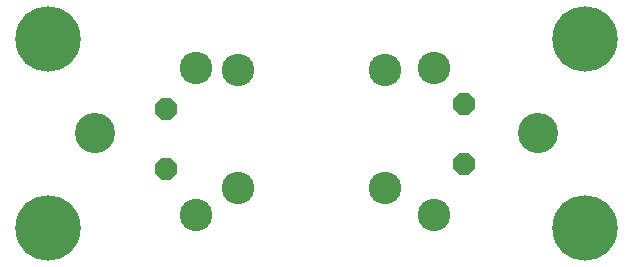
<source format=gts>
G75*
%MOIN*%
%OFA0B0*%
%FSLAX25Y25*%
%IPPOS*%
%LPD*%
%AMOC8*
5,1,8,0,0,1.08239X$1,22.5*
%
%ADD10C,0.13398*%
%ADD11C,0.10800*%
%ADD12OC8,0.07100*%
%ADD13C,0.21800*%
D10*
X0030848Y0046596D03*
X0178486Y0046596D03*
D11*
X0143761Y0068525D03*
X0127580Y0067620D03*
X0078368Y0067620D03*
X0064628Y0068525D03*
X0078368Y0028250D03*
X0064628Y0019313D03*
X0127580Y0028250D03*
X0143761Y0019313D03*
D12*
X0153683Y0036360D03*
X0153683Y0056360D03*
X0054470Y0054628D03*
X0054470Y0034628D03*
D13*
X0015100Y0015100D03*
X0015100Y0078092D03*
X0194234Y0078092D03*
X0194234Y0015100D03*
M02*

</source>
